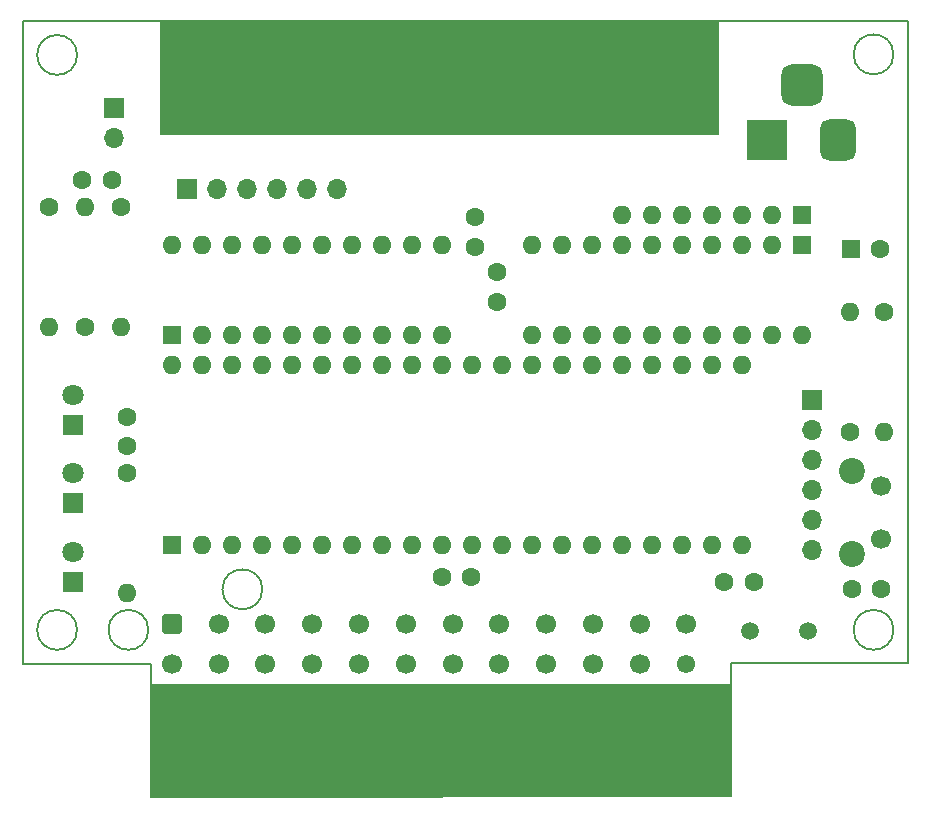
<source format=gbr>
G04 #@! TF.GenerationSoftware,KiCad,Pcbnew,8.0.4*
G04 #@! TF.CreationDate,2024-07-27T17:05:36-04:00*
G04 #@! TF.ProjectId,CBM-SD,43424d2d-5344-42e6-9b69-6361645f7063,rev?*
G04 #@! TF.SameCoordinates,Original*
G04 #@! TF.FileFunction,Soldermask,Bot*
G04 #@! TF.FilePolarity,Negative*
%FSLAX46Y46*%
G04 Gerber Fmt 4.6, Leading zero omitted, Abs format (unit mm)*
G04 Created by KiCad (PCBNEW 8.0.4) date 2024-07-27 17:05:36*
%MOMM*%
%LPD*%
G01*
G04 APERTURE LIST*
G04 Aperture macros list*
%AMRoundRect*
0 Rectangle with rounded corners*
0 $1 Rounding radius*
0 $2 $3 $4 $5 $6 $7 $8 $9 X,Y pos of 4 corners*
0 Add a 4 corners polygon primitive as box body*
4,1,4,$2,$3,$4,$5,$6,$7,$8,$9,$2,$3,0*
0 Add four circle primitives for the rounded corners*
1,1,$1+$1,$2,$3*
1,1,$1+$1,$4,$5*
1,1,$1+$1,$6,$7*
1,1,$1+$1,$8,$9*
0 Add four rect primitives between the rounded corners*
20,1,$1+$1,$2,$3,$4,$5,0*
20,1,$1+$1,$4,$5,$6,$7,0*
20,1,$1+$1,$6,$7,$8,$9,0*
20,1,$1+$1,$8,$9,$2,$3,0*%
G04 Aperture macros list end*
%ADD10C,0.100000*%
%ADD11C,1.600000*%
%ADD12O,1.600000X1.600000*%
%ADD13R,1.600000X1.600000*%
%ADD14C,1.500000*%
%ADD15R,1.800000X1.800000*%
%ADD16C,1.800000*%
%ADD17R,3.500000X3.500000*%
%ADD18RoundRect,0.750000X0.750000X1.000000X-0.750000X1.000000X-0.750000X-1.000000X0.750000X-1.000000X0*%
%ADD19RoundRect,0.875000X0.875000X0.875000X-0.875000X0.875000X-0.875000X-0.875000X0.875000X-0.875000X0*%
%ADD20R,1.700000X1.700000*%
%ADD21O,1.700000X1.700000*%
%ADD22O,2.410000X8.760000*%
%ADD23C,2.200000*%
%ADD24C,1.700000*%
%ADD25RoundRect,0.273700X-0.576300X0.576300X-0.576300X-0.576300X0.576300X-0.576300X0.576300X0.576300X0*%
%ADD26C,1.550000*%
G04 #@! TA.AperFunction,Profile*
%ADD27C,0.200660*%
G04 #@! TD*
G04 APERTURE END LIST*
D10*
X176072800Y-65849500D02*
X176072800Y-75374500D01*
X128828800Y-75323700D01*
X128828800Y-65798700D01*
X128892300Y-65798700D01*
X176072800Y-65849500D01*
G36*
X176072800Y-65849500D02*
G01*
X176072800Y-75374500D01*
X128828800Y-75323700D01*
X128828800Y-65798700D01*
X128892300Y-65798700D01*
X176072800Y-65849500D01*
G37*
X177114200Y-131432300D02*
X127965200Y-131495800D01*
X127965200Y-121970800D01*
X128028700Y-121970800D01*
X177114200Y-121907300D01*
X177114200Y-131432300D01*
G36*
X177114200Y-131432300D02*
G01*
X127965200Y-131495800D01*
X127965200Y-121970800D01*
X128028700Y-121970800D01*
X177114200Y-121907300D01*
X177114200Y-131432300D01*
G37*
D11*
X125996700Y-104076500D03*
D12*
X125996700Y-114236500D03*
D13*
X183134000Y-82232500D03*
D12*
X180594000Y-82232500D03*
X178054000Y-82232500D03*
X175514000Y-82232500D03*
X172974000Y-82232500D03*
X170434000Y-82232500D03*
X167894000Y-82232500D03*
D13*
X129794000Y-110172500D03*
D12*
X132334000Y-110172500D03*
X134874000Y-110172500D03*
X137414000Y-110172500D03*
X139954000Y-110172500D03*
X142494000Y-110172500D03*
X145034000Y-110172500D03*
X147574000Y-110172500D03*
X150114000Y-110172500D03*
X152654000Y-110172500D03*
X155194000Y-110172500D03*
X157734000Y-110172500D03*
X160274000Y-110172500D03*
X162814000Y-110172500D03*
X165354000Y-110172500D03*
X167894000Y-110172500D03*
X170434000Y-110172500D03*
X172974000Y-110172500D03*
X175514000Y-110172500D03*
X178054000Y-110172500D03*
X178054000Y-94932500D03*
X175514000Y-94932500D03*
X172974000Y-94932500D03*
X170434000Y-94932500D03*
X167894000Y-94932500D03*
X165354000Y-94932500D03*
X162814000Y-94932500D03*
X160274000Y-94932500D03*
X157734000Y-94932500D03*
X155194000Y-94932500D03*
X152654000Y-94932500D03*
X150114000Y-94932500D03*
X147574000Y-94932500D03*
X145034000Y-94932500D03*
X142494000Y-94932500D03*
X139954000Y-94932500D03*
X137414000Y-94932500D03*
X134874000Y-94932500D03*
X132334000Y-94932500D03*
X129794000Y-94932500D03*
D13*
X129794000Y-92392500D03*
D12*
X132334000Y-92392500D03*
X134874000Y-92392500D03*
X137414000Y-92392500D03*
X139954000Y-92392500D03*
X142494000Y-92392500D03*
X145034000Y-92392500D03*
X147574000Y-92392500D03*
X150114000Y-92392500D03*
X152654000Y-92392500D03*
X152654000Y-84772500D03*
X150114000Y-84772500D03*
X147574000Y-84772500D03*
X145034000Y-84772500D03*
X142494000Y-84772500D03*
X139954000Y-84772500D03*
X137414000Y-84772500D03*
X134874000Y-84772500D03*
X132334000Y-84772500D03*
X129794000Y-84772500D03*
D13*
X183134000Y-84772500D03*
D12*
X180594000Y-84772500D03*
X178054000Y-84772500D03*
X175514000Y-84772500D03*
X172974000Y-84772500D03*
X170434000Y-84772500D03*
X167894000Y-84772500D03*
X165354000Y-84772500D03*
X162814000Y-84772500D03*
X160274000Y-84772500D03*
X160274000Y-92392500D03*
X162814000Y-92392500D03*
X165354000Y-92392500D03*
X167894000Y-92392500D03*
X170434000Y-92392500D03*
X172974000Y-92392500D03*
X175514000Y-92392500D03*
X178054000Y-92392500D03*
X180594000Y-92392500D03*
X183134000Y-92392500D03*
D11*
X124694000Y-79248000D03*
X122194000Y-79248000D03*
X155154000Y-112903000D03*
X152654000Y-112903000D03*
X155475000Y-84925000D03*
X155475000Y-82425000D03*
X157300000Y-89550000D03*
X157300000Y-87050000D03*
X122428000Y-91694000D03*
D12*
X122428000Y-81534000D03*
D11*
X189865000Y-113919000D03*
X187365000Y-113919000D03*
D14*
X178762000Y-117475000D03*
X183642000Y-117475000D03*
D11*
X119380000Y-81534000D03*
D12*
X119380000Y-91694000D03*
D15*
X121450100Y-113322100D03*
D16*
X121450100Y-110782100D03*
D15*
X121450100Y-106616500D03*
D16*
X121450100Y-104076500D03*
D17*
X180182000Y-75887500D03*
D18*
X186182000Y-75887500D03*
D19*
X183182000Y-71187500D03*
D15*
X121462800Y-100037900D03*
D16*
X121462800Y-97497900D03*
D20*
X183997600Y-97891600D03*
D21*
X183997600Y-100431600D03*
X183997600Y-102971600D03*
X183997600Y-105511600D03*
X183997600Y-108051600D03*
X183997600Y-110591600D03*
D11*
X187198000Y-100584000D03*
D12*
X187198000Y-90424000D03*
D11*
X190093600Y-90424000D03*
D12*
X190093600Y-100584000D03*
D11*
X176570000Y-113284000D03*
X179070000Y-113284000D03*
X125476000Y-81534000D03*
D12*
X125476000Y-91694000D03*
D20*
X124891800Y-73126600D03*
D21*
X124891800Y-75666600D03*
D11*
X126009400Y-99290500D03*
X126009400Y-101790500D03*
D13*
X187285621Y-85090000D03*
D11*
X189785621Y-85090000D03*
D22*
X131052300Y-126923800D03*
X135012300Y-126923800D03*
X138972300Y-126923800D03*
X142932300Y-126923800D03*
X146892300Y-126923800D03*
X150852300Y-126923800D03*
X154812300Y-126923800D03*
X158772300Y-126923800D03*
X162732300Y-126923800D03*
X166692300Y-126923800D03*
X170652300Y-126923800D03*
X174612300Y-126923800D03*
D23*
X187350400Y-103896400D03*
X187350400Y-110896400D03*
D24*
X189850400Y-105146400D03*
X189850400Y-109646400D03*
D20*
X131064000Y-80010000D03*
D21*
X133604000Y-80010000D03*
X136144000Y-80010000D03*
X138684000Y-80010000D03*
X141224000Y-80010000D03*
X143764000Y-80010000D03*
D22*
X130860799Y-70408800D03*
X134820799Y-70408800D03*
X138780799Y-70408800D03*
X142740799Y-70408800D03*
X146700799Y-70408800D03*
X150660799Y-70408800D03*
X154620799Y-70408800D03*
X158580799Y-70408800D03*
X162540799Y-70408800D03*
X166500799Y-70408800D03*
X170460799Y-70408800D03*
X174420799Y-70408800D03*
D25*
X129794000Y-116869000D03*
D24*
X133754089Y-116869000D03*
X137714180Y-116869000D03*
X141674269Y-116869000D03*
X145634360Y-116869000D03*
X149594449Y-116869000D03*
X153554540Y-116869000D03*
X157514629Y-116869000D03*
X161474720Y-116869000D03*
X165434809Y-116869000D03*
X169394900Y-116869000D03*
X173354999Y-116869000D03*
X129794000Y-120269000D03*
X133754090Y-120269001D03*
X137714180Y-120269000D03*
X141674270Y-120269001D03*
X145634360Y-120269000D03*
X149594450Y-120269001D03*
X153554540Y-120269000D03*
X157514630Y-120269001D03*
X161474720Y-120269000D03*
X165434809Y-120269000D03*
X169394900Y-120269000D03*
D26*
X173355000Y-120269001D03*
D27*
X192151000Y-65786000D02*
X192151000Y-114109500D01*
X192151000Y-114109500D02*
X192151000Y-120142000D01*
X129400300Y-131432300D02*
X135051800Y-131432300D01*
X177152300Y-130035300D02*
X177152300Y-120192800D01*
X138925300Y-131432300D02*
X162801300Y-131432300D01*
X166674800Y-131432300D02*
X175755300Y-131432300D01*
X165277800Y-130035300D02*
X165277800Y-122351800D01*
X136448800Y-122415300D02*
X136448800Y-130035300D01*
X138925300Y-131432300D02*
G75*
G02*
X137528300Y-130035300I0J1397000D01*
G01*
X165277800Y-122351800D02*
X164198300Y-122351800D01*
X136448800Y-130035300D02*
G75*
G02*
X135051800Y-131432300I-1397000J0D01*
G01*
X136448800Y-122415300D02*
X137528300Y-122415300D01*
X164198300Y-122351800D02*
X164198300Y-130035300D01*
X177152300Y-130035300D02*
G75*
G02*
X175755300Y-131432300I-1397000J0D01*
G01*
X164198300Y-130035300D02*
G75*
G02*
X162801300Y-131432300I-1397000J0D01*
G01*
X137528300Y-130035300D02*
X137528300Y-122415300D01*
X166674800Y-131432300D02*
G75*
G02*
X165277800Y-130035300I0J1397000D01*
G01*
X129400300Y-131432300D02*
G75*
G02*
X128003300Y-130035300I0J1397000D01*
G01*
X177152300Y-120142000D02*
X177152300Y-120192800D01*
X117221000Y-120230900D02*
X117221000Y-65786000D01*
X192151000Y-65786000D02*
X117221000Y-65786000D01*
X192151000Y-120142000D02*
X181165500Y-120142000D01*
X121762228Y-68675000D02*
G75*
G02*
X118387772Y-68675000I-1687228J0D01*
G01*
X118387772Y-68675000D02*
G75*
G02*
X121762228Y-68675000I1687228J0D01*
G01*
X121762228Y-117348000D02*
G75*
G02*
X118387772Y-117348000I-1687228J0D01*
G01*
X118387772Y-117348000D02*
G75*
G02*
X121762228Y-117348000I1687228J0D01*
G01*
X128003300Y-120230900D02*
X117221000Y-120230900D01*
X127798228Y-117348000D02*
G75*
G02*
X124423772Y-117348000I-1687228J0D01*
G01*
X124423772Y-117348000D02*
G75*
G02*
X127798228Y-117348000I1687228J0D01*
G01*
X137450228Y-113919000D02*
G75*
G02*
X134075772Y-113919000I-1687228J0D01*
G01*
X134075772Y-113919000D02*
G75*
G02*
X137450228Y-113919000I1687228J0D01*
G01*
X181165500Y-120142000D02*
X177152300Y-120142000D01*
X128003300Y-130035300D02*
X128003300Y-120230900D01*
X190887228Y-68625000D02*
G75*
G02*
X187512772Y-68625000I-1687228J0D01*
G01*
X187512772Y-68625000D02*
G75*
G02*
X190887228Y-68625000I1687228J0D01*
G01*
X190887228Y-117348000D02*
G75*
G02*
X187512772Y-117348000I-1687228J0D01*
G01*
X187512772Y-117348000D02*
G75*
G02*
X190887228Y-117348000I1687228J0D01*
G01*
M02*

</source>
